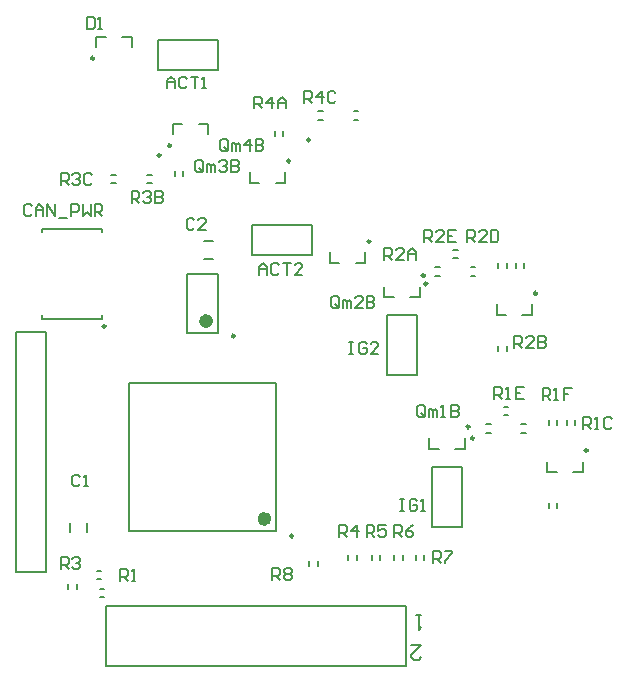
<source format=gto>
G04 Layer_Color=65535*
%FSLAX24Y24*%
%MOIN*%
G70*
G01*
G75*
%ADD24C,0.0098*%
%ADD32C,0.0236*%
%ADD33C,0.0079*%
%ADD34C,0.0080*%
D24*
X5640Y17657D02*
G03*
X5640Y17657I-49J0D01*
G01*
X3081Y20571D02*
G03*
X3081Y20571I-49J0D01*
G01*
X17844Y12736D02*
G03*
X17844Y12736I-49J0D01*
G01*
X15600Y8287D02*
G03*
X15600Y8287I-49J0D01*
G01*
X14104Y13327D02*
G03*
X14104Y13327I-49J0D01*
G01*
X3462Y11636D02*
G03*
X3462Y11636I-49J0D01*
G01*
X9715Y4646D02*
G03*
X9715Y4646I-49J0D01*
G01*
X10280Y17847D02*
G03*
X10280Y17847I-49J0D01*
G01*
X5301Y17336D02*
G03*
X5301Y17336I-49J0D01*
G01*
X14183Y13057D02*
G03*
X14183Y13057I-49J0D01*
G01*
X19537Y7500D02*
G03*
X19537Y7500I-49J0D01*
G01*
X15748Y7906D02*
G03*
X15748Y7906I-49J0D01*
G01*
X12293Y14469D02*
G03*
X12293Y14469I-49J0D01*
G01*
X7766Y11317D02*
G03*
X7766Y11317I-49J0D01*
G01*
X9616Y17146D02*
G03*
X9616Y17146I-49J0D01*
G01*
D32*
X8878Y5217D02*
G03*
X8878Y5217I-118J0D01*
G01*
X6929Y11811D02*
G03*
X6929Y11811I-118J0D01*
G01*
D33*
X10343Y14028D02*
Y15028D01*
X8343Y14028D02*
X10343D01*
X8343D02*
Y15028D01*
X10343D01*
X6575Y18386D02*
X6890D01*
Y18032D02*
Y18386D01*
X5709D02*
X6024D01*
X5709Y18032D02*
Y18386D01*
X5209Y20169D02*
Y21169D01*
X7209D01*
Y20169D02*
Y21169D01*
X5209Y20169D02*
X7209D01*
X3150Y20935D02*
Y21289D01*
X3465D01*
X4331Y20935D02*
Y21289D01*
X4016D02*
X4331D01*
X11732Y18524D02*
X11890D01*
X11732Y18799D02*
X11890D01*
X15630Y13327D02*
X15787D01*
X15630Y13602D02*
X15787D01*
X14449Y13327D02*
X14606D01*
X14449Y13602D02*
X14606D01*
X16496Y12008D02*
X16811D01*
X16496D02*
Y12362D01*
X17362Y12008D02*
X17677D01*
Y12362D01*
X17421Y13583D02*
Y13740D01*
X17146Y13583D02*
Y13740D01*
X16831Y13583D02*
Y13740D01*
X16555Y13583D02*
Y13740D01*
X16831Y10827D02*
Y10984D01*
X16555Y10827D02*
Y10984D01*
X18524Y8346D02*
Y8504D01*
X18248Y8346D02*
Y8504D01*
X19114Y8346D02*
Y8504D01*
X18839Y8346D02*
Y8504D01*
X14343Y4957D02*
X15343D01*
X14343D02*
Y6957D01*
X15343D01*
Y4957D02*
Y6957D01*
X14252Y7559D02*
X14567D01*
X14252D02*
Y7913D01*
X15118Y7559D02*
X15433D01*
Y7913D01*
X16732Y8957D02*
X16890D01*
X16732Y8681D02*
X16890D01*
X12846Y9996D02*
X13846D01*
X12846D02*
Y11996D01*
X13846D01*
Y9996D02*
Y11996D01*
X12756Y12598D02*
X13071D01*
X12756D02*
Y12953D01*
X13622Y12598D02*
X13937D01*
Y12953D01*
X4843Y16398D02*
X5000D01*
X4843Y16673D02*
X5000D01*
X3661D02*
X3819D01*
X3661Y16398D02*
X3819D01*
X2500Y2874D02*
Y3031D01*
X2224Y2874D02*
Y3031D01*
X1362Y14886D02*
X3362D01*
Y14768D02*
Y14886D01*
X1362Y14768D02*
Y14886D01*
X3362Y11886D02*
Y12004D01*
X1362Y11886D02*
Y12004D01*
Y11886D02*
X3362D01*
X9154Y4823D02*
Y9744D01*
X4232Y4823D02*
Y9744D01*
Y4823D02*
X9154D01*
X4232Y9744D02*
X9154D01*
X10551Y18799D02*
X10709D01*
X10551Y18524D02*
X10709D01*
X5768Y16654D02*
Y16811D01*
X6043Y16654D02*
Y16811D01*
X3268Y2894D02*
X3425D01*
X3268Y2618D02*
X3425D01*
X17323Y8091D02*
X17480D01*
X17323Y8366D02*
X17480D01*
X18524Y5591D02*
Y5748D01*
X18248Y5591D02*
Y5748D01*
X16142Y8091D02*
X16299D01*
X16142Y8366D02*
X16299D01*
X18189Y6772D02*
X18504D01*
X18189D02*
Y7126D01*
X19055Y6772D02*
X19370D01*
Y7126D01*
X3492Y327D02*
Y2327D01*
X12742D02*
X13492D01*
Y327D02*
Y2327D01*
X12742Y327D02*
X13492D01*
X3492D02*
X12742D01*
X3492Y2327D02*
X12742D01*
X12126Y13750D02*
Y14104D01*
X11811Y13750D02*
X12126D01*
X10945D02*
Y14104D01*
Y13750D02*
X11260D01*
X6181Y13386D02*
X7205D01*
X6181Y11417D02*
X7205D01*
X6181D02*
Y13386D01*
X7205Y11417D02*
Y13386D01*
X6732Y13878D02*
X7047D01*
X6732Y14469D02*
X7047D01*
X3169Y3484D02*
X3327D01*
X3169Y3209D02*
X3327D01*
X2264Y4764D02*
Y5079D01*
X2854Y4764D02*
Y5079D01*
X9390Y17992D02*
Y18150D01*
X9114Y17992D02*
Y18150D01*
X8268Y16417D02*
X8583D01*
X8268D02*
Y16772D01*
X9134Y16417D02*
X9449D01*
Y16772D01*
X15039Y14193D02*
X15197D01*
X15039Y13917D02*
X15197D01*
X484Y11437D02*
X1484D01*
Y3437D02*
Y11437D01*
X484Y3437D02*
X1484D01*
X484D02*
Y11437D01*
X10532Y3661D02*
Y3819D01*
X10256Y3661D02*
Y3819D01*
X11831Y3858D02*
Y4016D01*
X11555Y3858D02*
Y4016D01*
X12618Y3858D02*
Y4016D01*
X12343Y3858D02*
Y4016D01*
X14075Y3858D02*
Y4016D01*
X13799Y3858D02*
Y4016D01*
X13366Y3858D02*
Y4016D01*
X13091Y3858D02*
Y4016D01*
X8583Y13346D02*
Y13609D01*
X8714Y13740D01*
X8845Y13609D01*
Y13346D01*
Y13543D01*
X8583D01*
X9239Y13674D02*
X9173Y13740D01*
X9042D01*
X8976Y13674D01*
Y13412D01*
X9042Y13346D01*
X9173D01*
X9239Y13412D01*
X9370Y13740D02*
X9632D01*
X9501D01*
Y13346D01*
X10026D02*
X9763D01*
X10026Y13609D01*
Y13674D01*
X9960Y13740D01*
X9829D01*
X9763Y13674D01*
X6719Y16837D02*
Y17100D01*
X6653Y17165D01*
X6522D01*
X6457Y17100D01*
Y16837D01*
X6522Y16772D01*
X6653D01*
X6588Y16903D02*
X6719Y16772D01*
X6653D02*
X6719Y16837D01*
X6850Y16772D02*
Y17034D01*
X6916D01*
X6981Y16968D01*
Y16772D01*
Y16968D01*
X7047Y17034D01*
X7113Y16968D01*
Y16772D01*
X7244Y17100D02*
X7309Y17165D01*
X7441D01*
X7506Y17100D01*
Y17034D01*
X7441Y16968D01*
X7375D01*
X7441D01*
X7506Y16903D01*
Y16837D01*
X7441Y16772D01*
X7309D01*
X7244Y16837D01*
X7637Y17165D02*
Y16772D01*
X7834D01*
X7900Y16837D01*
Y16903D01*
X7834Y16968D01*
X7637D01*
X7834D01*
X7900Y17034D01*
Y17100D01*
X7834Y17165D01*
X7637D01*
X5512Y19567D02*
Y19829D01*
X5643Y19961D01*
X5774Y19829D01*
Y19567D01*
Y19764D01*
X5512D01*
X6168Y19895D02*
X6102Y19961D01*
X5971D01*
X5905Y19895D01*
Y19633D01*
X5971Y19567D01*
X6102D01*
X6168Y19633D01*
X6299Y19961D02*
X6561D01*
X6430D01*
Y19567D01*
X6693D02*
X6824D01*
X6758D01*
Y19961D01*
X6693Y19895D01*
X2835Y21929D02*
Y21535D01*
X3031D01*
X3097Y21601D01*
Y21863D01*
X3031Y21929D01*
X2835D01*
X3228Y21535D02*
X3359D01*
X3294D01*
Y21929D01*
X3228Y21863D01*
X997Y15653D02*
X932Y15719D01*
X801D01*
X735Y15653D01*
Y15391D01*
X801Y15325D01*
X932D01*
X997Y15391D01*
X1129Y15325D02*
Y15587D01*
X1260Y15719D01*
X1391Y15587D01*
Y15325D01*
Y15522D01*
X1129D01*
X1522Y15325D02*
Y15719D01*
X1784Y15325D01*
Y15719D01*
X1916Y15259D02*
X2178D01*
X2309Y15325D02*
Y15719D01*
X2506D01*
X2572Y15653D01*
Y15522D01*
X2506Y15456D01*
X2309D01*
X2703Y15719D02*
Y15325D01*
X2834Y15456D01*
X2965Y15325D01*
Y15719D01*
X3096Y15325D02*
Y15719D01*
X3293D01*
X3359Y15653D01*
Y15522D01*
X3293Y15456D01*
X3096D01*
X3228D02*
X3359Y15325D01*
X10079Y19094D02*
Y19488D01*
X10276D01*
X10341Y19422D01*
Y19291D01*
X10276Y19226D01*
X10079D01*
X10210D02*
X10341Y19094D01*
X10669D02*
Y19488D01*
X10472Y19291D01*
X10735D01*
X11128Y19422D02*
X11063Y19488D01*
X10931D01*
X10866Y19422D01*
Y19160D01*
X10931Y19094D01*
X11063D01*
X11128Y19160D01*
X8425Y18898D02*
Y19291D01*
X8622D01*
X8688Y19226D01*
Y19094D01*
X8622Y19029D01*
X8425D01*
X8556D02*
X8688Y18898D01*
X9016D02*
Y19291D01*
X8819Y19094D01*
X9081D01*
X9212Y18898D02*
Y19160D01*
X9344Y19291D01*
X9475Y19160D01*
Y18898D01*
Y19094D01*
X9212D01*
X1969Y3543D02*
Y3937D01*
X2165D01*
X2231Y3871D01*
Y3740D01*
X2165Y3674D01*
X1969D01*
X2100D02*
X2231Y3543D01*
X2362Y3871D02*
X2428Y3937D01*
X2559D01*
X2624Y3871D01*
Y3806D01*
X2559Y3740D01*
X2493D01*
X2559D01*
X2624Y3674D01*
Y3609D01*
X2559Y3543D01*
X2428D01*
X2362Y3609D01*
X1969Y16339D02*
Y16732D01*
X2165D01*
X2231Y16667D01*
Y16535D01*
X2165Y16470D01*
X1969D01*
X2100D02*
X2231Y16339D01*
X2362Y16667D02*
X2428Y16732D01*
X2559D01*
X2624Y16667D01*
Y16601D01*
X2559Y16535D01*
X2493D01*
X2559D01*
X2624Y16470D01*
Y16404D01*
X2559Y16339D01*
X2428D01*
X2362Y16404D01*
X3018Y16667D02*
X2952Y16732D01*
X2821D01*
X2756Y16667D01*
Y16404D01*
X2821Y16339D01*
X2952D01*
X3018Y16404D01*
X4331Y15748D02*
Y16142D01*
X4527D01*
X4593Y16076D01*
Y15945D01*
X4527Y15879D01*
X4331D01*
X4462D02*
X4593Y15748D01*
X4724Y16076D02*
X4790Y16142D01*
X4921D01*
X4987Y16076D01*
Y16010D01*
X4921Y15945D01*
X4855D01*
X4921D01*
X4987Y15879D01*
Y15814D01*
X4921Y15748D01*
X4790D01*
X4724Y15814D01*
X5118Y16142D02*
Y15748D01*
X5315D01*
X5380Y15814D01*
Y15879D01*
X5315Y15945D01*
X5118D01*
X5315D01*
X5380Y16010D01*
Y16076D01*
X5315Y16142D01*
X5118D01*
X14094Y14449D02*
Y14842D01*
X14291D01*
X14357Y14777D01*
Y14646D01*
X14291Y14580D01*
X14094D01*
X14226D02*
X14357Y14449D01*
X14750D02*
X14488D01*
X14750Y14711D01*
Y14777D01*
X14685Y14842D01*
X14554D01*
X14488Y14777D01*
X15144Y14842D02*
X14882D01*
Y14449D01*
X15144D01*
X14882Y14646D02*
X15013D01*
X15512Y14449D02*
Y14842D01*
X15709D01*
X15774Y14777D01*
Y14646D01*
X15709Y14580D01*
X15512D01*
X15643D02*
X15774Y14449D01*
X16168D02*
X15905D01*
X16168Y14711D01*
Y14777D01*
X16102Y14842D01*
X15971D01*
X15905Y14777D01*
X16299Y14842D02*
Y14449D01*
X16496D01*
X16561Y14514D01*
Y14777D01*
X16496Y14842D01*
X16299D01*
X17087Y10906D02*
Y11299D01*
X17283D01*
X17349Y11233D01*
Y11102D01*
X17283Y11037D01*
X17087D01*
X17218D02*
X17349Y10906D01*
X17743D02*
X17480D01*
X17743Y11168D01*
Y11233D01*
X17677Y11299D01*
X17546D01*
X17480Y11233D01*
X17874Y11299D02*
Y10906D01*
X18071D01*
X18136Y10971D01*
Y11037D01*
X18071Y11102D01*
X17874D01*
X18071D01*
X18136Y11168D01*
Y11233D01*
X18071Y11299D01*
X17874D01*
X12756Y13858D02*
Y14252D01*
X12953D01*
X13018Y14186D01*
Y14055D01*
X12953Y13989D01*
X12756D01*
X12887D02*
X13018Y13858D01*
X13412D02*
X13149D01*
X13412Y14121D01*
Y14186D01*
X13346Y14252D01*
X13215D01*
X13149Y14186D01*
X13543Y13858D02*
Y14121D01*
X13674Y14252D01*
X13805Y14121D01*
Y13858D01*
Y14055D01*
X13543D01*
X3937Y3150D02*
Y3543D01*
X4134D01*
X4199Y3478D01*
Y3346D01*
X4134Y3281D01*
X3937D01*
X4068D02*
X4199Y3150D01*
X4331D02*
X4462D01*
X4396D01*
Y3543D01*
X4331Y3478D01*
X18032Y9173D02*
Y9567D01*
X18228D01*
X18294Y9501D01*
Y9370D01*
X18228Y9304D01*
X18032D01*
X18163D02*
X18294Y9173D01*
X18425D02*
X18556D01*
X18491D01*
Y9567D01*
X18425Y9501D01*
X19015Y9567D02*
X18753D01*
Y9370D01*
X18884D01*
X18753D01*
Y9173D01*
X16417Y9213D02*
Y9606D01*
X16614D01*
X16680Y9541D01*
Y9409D01*
X16614Y9344D01*
X16417D01*
X16549D02*
X16680Y9213D01*
X16811D02*
X16942D01*
X16876D01*
Y9606D01*
X16811Y9541D01*
X17401Y9606D02*
X17139D01*
Y9213D01*
X17401D01*
X17139Y9409D02*
X17270D01*
X19370Y8228D02*
Y8622D01*
X19567D01*
X19632Y8556D01*
Y8425D01*
X19567Y8360D01*
X19370D01*
X19501D02*
X19632Y8228D01*
X19764D02*
X19895D01*
X19829D01*
Y8622D01*
X19764Y8556D01*
X20354D02*
X20288Y8622D01*
X20157D01*
X20092Y8556D01*
Y8294D01*
X20157Y8228D01*
X20288D01*
X20354Y8294D01*
X7546Y17546D02*
Y17808D01*
X7480Y17874D01*
X7349D01*
X7283Y17808D01*
Y17546D01*
X7349Y17480D01*
X7480D01*
X7415Y17612D02*
X7546Y17480D01*
X7480D02*
X7546Y17546D01*
X7677Y17480D02*
Y17743D01*
X7743D01*
X7808Y17677D01*
Y17480D01*
Y17677D01*
X7874Y17743D01*
X7939Y17677D01*
Y17480D01*
X8267D02*
Y17874D01*
X8071Y17677D01*
X8333D01*
X8464Y17874D02*
Y17480D01*
X8661D01*
X8727Y17546D01*
Y17612D01*
X8661Y17677D01*
X8464D01*
X8661D01*
X8727Y17743D01*
Y17808D01*
X8661Y17874D01*
X8464D01*
X11247Y12310D02*
Y12572D01*
X11181Y12638D01*
X11050D01*
X10984Y12572D01*
Y12310D01*
X11050Y12244D01*
X11181D01*
X11115Y12375D02*
X11247Y12244D01*
X11181D02*
X11247Y12310D01*
X11378Y12244D02*
Y12506D01*
X11443D01*
X11509Y12441D01*
Y12244D01*
Y12441D01*
X11575Y12506D01*
X11640Y12441D01*
Y12244D01*
X12034D02*
X11771D01*
X12034Y12506D01*
Y12572D01*
X11968Y12638D01*
X11837D01*
X11771Y12572D01*
X12165Y12638D02*
Y12244D01*
X12362D01*
X12427Y12310D01*
Y12375D01*
X12362Y12441D01*
X12165D01*
X12362D01*
X12427Y12506D01*
Y12572D01*
X12362Y12638D01*
X12165D01*
X14121Y8688D02*
Y8950D01*
X14055Y9016D01*
X13924D01*
X13858Y8950D01*
Y8688D01*
X13924Y8622D01*
X14055D01*
X13989Y8753D02*
X14121Y8622D01*
X14055D02*
X14121Y8688D01*
X14252Y8622D02*
Y8884D01*
X14317D01*
X14383Y8819D01*
Y8622D01*
Y8819D01*
X14449Y8884D01*
X14514Y8819D01*
Y8622D01*
X14645D02*
X14777D01*
X14711D01*
Y9016D01*
X14645Y8950D01*
X14973Y9016D02*
Y8622D01*
X15170D01*
X15236Y8688D01*
Y8753D01*
X15170Y8819D01*
X14973D01*
X15170D01*
X15236Y8884D01*
Y8950D01*
X15170Y9016D01*
X14973D01*
X11575Y11102D02*
X11706D01*
X11640D01*
Y10709D01*
X11575D01*
X11706D01*
X12165Y11037D02*
X12100Y11102D01*
X11968D01*
X11903Y11037D01*
Y10774D01*
X11968Y10709D01*
X12100D01*
X12165Y10774D01*
Y10905D01*
X12034D01*
X12559Y10709D02*
X12296D01*
X12559Y10971D01*
Y11037D01*
X12493Y11102D01*
X12362D01*
X12296Y11037D01*
X13268Y5866D02*
X13399D01*
X13333D01*
Y5472D01*
X13268D01*
X13399D01*
X13858Y5800D02*
X13792Y5866D01*
X13661D01*
X13596Y5800D01*
Y5538D01*
X13661Y5472D01*
X13792D01*
X13858Y5538D01*
Y5669D01*
X13727D01*
X13989Y5472D02*
X14120D01*
X14055D01*
Y5866D01*
X13989Y5800D01*
X6427Y15173D02*
X6362Y15239D01*
X6231D01*
X6165Y15173D01*
Y14911D01*
X6231Y14845D01*
X6362D01*
X6427Y14911D01*
X6821Y14845D02*
X6559D01*
X6821Y15107D01*
Y15173D01*
X6755Y15239D01*
X6624D01*
X6559Y15173D01*
X2625Y6627D02*
X2559Y6693D01*
X2428D01*
X2362Y6627D01*
Y6365D01*
X2428Y6299D01*
X2559D01*
X2625Y6365D01*
X2756Y6299D02*
X2887D01*
X2821D01*
Y6693D01*
X2756Y6627D01*
X11260Y4606D02*
Y5000D01*
X11457D01*
X11522Y4934D01*
Y4803D01*
X11457Y4737D01*
X11260D01*
X11391D02*
X11522Y4606D01*
X11850D02*
Y5000D01*
X11653Y4803D01*
X11916D01*
X12165Y4606D02*
Y5000D01*
X12362D01*
X12428Y4934D01*
Y4803D01*
X12362Y4737D01*
X12165D01*
X12297D02*
X12428Y4606D01*
X12821Y5000D02*
X12559D01*
Y4803D01*
X12690Y4869D01*
X12756D01*
X12821Y4803D01*
Y4672D01*
X12756Y4606D01*
X12625D01*
X12559Y4672D01*
X13071Y4606D02*
Y5000D01*
X13268D01*
X13333Y4934D01*
Y4803D01*
X13268Y4737D01*
X13071D01*
X13202D02*
X13333Y4606D01*
X13727Y5000D02*
X13596Y4934D01*
X13464Y4803D01*
Y4672D01*
X13530Y4606D01*
X13661D01*
X13727Y4672D01*
Y4737D01*
X13661Y4803D01*
X13464D01*
X14370Y3740D02*
Y4134D01*
X14567D01*
X14632Y4068D01*
Y3937D01*
X14567Y3871D01*
X14370D01*
X14501D02*
X14632Y3740D01*
X14764Y4134D02*
X15026D01*
Y4068D01*
X14764Y3806D01*
Y3740D01*
X9016Y3189D02*
Y3583D01*
X9213D01*
X9278Y3517D01*
Y3386D01*
X9213Y3320D01*
X9016D01*
X9147D02*
X9278Y3189D01*
X9409Y3517D02*
X9475Y3583D01*
X9606D01*
X9672Y3517D01*
Y3451D01*
X9606Y3386D01*
X9672Y3320D01*
Y3255D01*
X9606Y3189D01*
X9475D01*
X9409Y3255D01*
Y3320D01*
X9475Y3386D01*
X9409Y3451D01*
Y3517D01*
X9475Y3386D02*
X9606D01*
D34*
X13992Y2027D02*
X13826D01*
X13909D01*
Y1527D01*
X13992Y1610D01*
X13659Y1027D02*
X13992D01*
X13659Y694D01*
Y610D01*
X13742Y527D01*
X13909D01*
X13992Y610D01*
M02*

</source>
